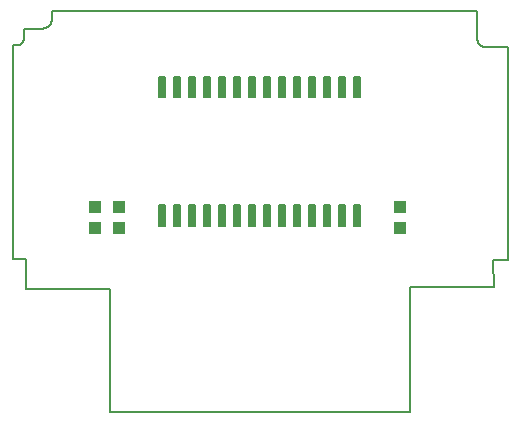
<source format=gtp>
G75*
%MOIN*%
%OFA0B0*%
%FSLAX25Y25*%
%IPPOS*%
%LPD*%
%AMOC8*
5,1,8,0,0,1.08239X$1,22.5*
%
%ADD10C,0.00600*%
%ADD11C,0.00591*%
%ADD12R,0.04331X0.03937*%
D10*
X0046490Y0004511D02*
X0046415Y0045619D01*
X0018449Y0045619D01*
X0018524Y0055507D01*
X0014221Y0055507D01*
X0014221Y0126729D01*
X0015082Y0126729D01*
X0015187Y0126731D01*
X0015291Y0126737D01*
X0015395Y0126747D01*
X0015499Y0126760D01*
X0015602Y0126778D01*
X0015704Y0126799D01*
X0015806Y0126824D01*
X0015906Y0126853D01*
X0016006Y0126886D01*
X0016104Y0126922D01*
X0016200Y0126962D01*
X0016296Y0127006D01*
X0016389Y0127053D01*
X0016480Y0127104D01*
X0016570Y0127158D01*
X0016658Y0127215D01*
X0016743Y0127276D01*
X0016826Y0127339D01*
X0016906Y0127406D01*
X0016984Y0127476D01*
X0017060Y0127548D01*
X0017132Y0127624D01*
X0017202Y0127702D01*
X0017269Y0127782D01*
X0017332Y0127865D01*
X0017393Y0127950D01*
X0017450Y0128038D01*
X0017504Y0128127D01*
X0017555Y0128219D01*
X0017602Y0128312D01*
X0017646Y0128408D01*
X0017686Y0128504D01*
X0017722Y0128602D01*
X0017755Y0128702D01*
X0017784Y0128802D01*
X0017809Y0128904D01*
X0017830Y0129006D01*
X0017848Y0129109D01*
X0017861Y0129213D01*
X0017871Y0129317D01*
X0017877Y0129421D01*
X0017879Y0129526D01*
X0017879Y0132323D01*
X0023687Y0132323D01*
X0023802Y0132325D01*
X0023917Y0132331D01*
X0024032Y0132340D01*
X0024146Y0132354D01*
X0024260Y0132371D01*
X0024373Y0132392D01*
X0024485Y0132417D01*
X0024596Y0132445D01*
X0024707Y0132478D01*
X0024816Y0132513D01*
X0024924Y0132553D01*
X0025031Y0132596D01*
X0025136Y0132643D01*
X0025239Y0132693D01*
X0025341Y0132747D01*
X0025441Y0132803D01*
X0025539Y0132864D01*
X0025635Y0132927D01*
X0025729Y0132994D01*
X0025820Y0133064D01*
X0025909Y0133137D01*
X0025996Y0133212D01*
X0026080Y0133291D01*
X0026161Y0133372D01*
X0026240Y0133456D01*
X0026315Y0133543D01*
X0026388Y0133632D01*
X0026458Y0133723D01*
X0026525Y0133817D01*
X0026588Y0133913D01*
X0026649Y0134011D01*
X0026705Y0134111D01*
X0026759Y0134213D01*
X0026809Y0134316D01*
X0026856Y0134421D01*
X0026899Y0134528D01*
X0026939Y0134636D01*
X0026974Y0134745D01*
X0027007Y0134856D01*
X0027035Y0134967D01*
X0027060Y0135079D01*
X0027081Y0135192D01*
X0027098Y0135306D01*
X0027112Y0135420D01*
X0027121Y0135535D01*
X0027127Y0135650D01*
X0027129Y0135765D01*
X0027129Y0138129D01*
X0092312Y0138129D01*
X0092345Y0138129D01*
X0092312Y0138129D02*
X0168897Y0138133D01*
X0168897Y0129095D01*
X0168899Y0128987D01*
X0168905Y0128880D01*
X0168914Y0128773D01*
X0168928Y0128666D01*
X0168945Y0128560D01*
X0168966Y0128455D01*
X0168991Y0128350D01*
X0169019Y0128246D01*
X0169051Y0128144D01*
X0169087Y0128042D01*
X0169126Y0127942D01*
X0169169Y0127844D01*
X0169216Y0127747D01*
X0169265Y0127652D01*
X0169319Y0127558D01*
X0169375Y0127467D01*
X0169435Y0127377D01*
X0169498Y0127290D01*
X0169564Y0127205D01*
X0169633Y0127123D01*
X0169705Y0127043D01*
X0169779Y0126965D01*
X0169857Y0126891D01*
X0169937Y0126819D01*
X0170019Y0126750D01*
X0170104Y0126684D01*
X0170191Y0126621D01*
X0170281Y0126561D01*
X0170372Y0126505D01*
X0170466Y0126451D01*
X0170561Y0126402D01*
X0170658Y0126355D01*
X0170756Y0126312D01*
X0170856Y0126273D01*
X0170958Y0126237D01*
X0171060Y0126205D01*
X0171164Y0126177D01*
X0171269Y0126152D01*
X0171374Y0126131D01*
X0171480Y0126114D01*
X0171587Y0126100D01*
X0171694Y0126091D01*
X0171801Y0126085D01*
X0171909Y0126083D01*
X0179008Y0126083D01*
X0179008Y0055292D01*
X0174276Y0055292D01*
X0174351Y0046049D01*
X0146510Y0046049D01*
X0146585Y0004511D01*
X0046490Y0004511D01*
D11*
X0062847Y0066495D02*
X0062847Y0073385D01*
X0064619Y0073385D01*
X0064619Y0066495D01*
X0062847Y0066495D01*
X0062847Y0067085D02*
X0064619Y0067085D01*
X0064619Y0067675D02*
X0062847Y0067675D01*
X0062847Y0068265D02*
X0064619Y0068265D01*
X0064619Y0068855D02*
X0062847Y0068855D01*
X0062847Y0069445D02*
X0064619Y0069445D01*
X0064619Y0070035D02*
X0062847Y0070035D01*
X0062847Y0070625D02*
X0064619Y0070625D01*
X0064619Y0071215D02*
X0062847Y0071215D01*
X0062847Y0071805D02*
X0064619Y0071805D01*
X0064619Y0072395D02*
X0062847Y0072395D01*
X0062847Y0072985D02*
X0064619Y0072985D01*
X0067847Y0073385D02*
X0067847Y0066495D01*
X0067847Y0073385D02*
X0069619Y0073385D01*
X0069619Y0066495D01*
X0067847Y0066495D01*
X0067847Y0067085D02*
X0069619Y0067085D01*
X0069619Y0067675D02*
X0067847Y0067675D01*
X0067847Y0068265D02*
X0069619Y0068265D01*
X0069619Y0068855D02*
X0067847Y0068855D01*
X0067847Y0069445D02*
X0069619Y0069445D01*
X0069619Y0070035D02*
X0067847Y0070035D01*
X0067847Y0070625D02*
X0069619Y0070625D01*
X0069619Y0071215D02*
X0067847Y0071215D01*
X0067847Y0071805D02*
X0069619Y0071805D01*
X0069619Y0072395D02*
X0067847Y0072395D01*
X0067847Y0072985D02*
X0069619Y0072985D01*
X0072847Y0073385D02*
X0072847Y0066495D01*
X0072847Y0073385D02*
X0074619Y0073385D01*
X0074619Y0066495D01*
X0072847Y0066495D01*
X0072847Y0067085D02*
X0074619Y0067085D01*
X0074619Y0067675D02*
X0072847Y0067675D01*
X0072847Y0068265D02*
X0074619Y0068265D01*
X0074619Y0068855D02*
X0072847Y0068855D01*
X0072847Y0069445D02*
X0074619Y0069445D01*
X0074619Y0070035D02*
X0072847Y0070035D01*
X0072847Y0070625D02*
X0074619Y0070625D01*
X0074619Y0071215D02*
X0072847Y0071215D01*
X0072847Y0071805D02*
X0074619Y0071805D01*
X0074619Y0072395D02*
X0072847Y0072395D01*
X0072847Y0072985D02*
X0074619Y0072985D01*
X0077847Y0073385D02*
X0077847Y0066495D01*
X0077847Y0073385D02*
X0079619Y0073385D01*
X0079619Y0066495D01*
X0077847Y0066495D01*
X0077847Y0067085D02*
X0079619Y0067085D01*
X0079619Y0067675D02*
X0077847Y0067675D01*
X0077847Y0068265D02*
X0079619Y0068265D01*
X0079619Y0068855D02*
X0077847Y0068855D01*
X0077847Y0069445D02*
X0079619Y0069445D01*
X0079619Y0070035D02*
X0077847Y0070035D01*
X0077847Y0070625D02*
X0079619Y0070625D01*
X0079619Y0071215D02*
X0077847Y0071215D01*
X0077847Y0071805D02*
X0079619Y0071805D01*
X0079619Y0072395D02*
X0077847Y0072395D01*
X0077847Y0072985D02*
X0079619Y0072985D01*
X0082847Y0073385D02*
X0082847Y0066495D01*
X0082847Y0073385D02*
X0084619Y0073385D01*
X0084619Y0066495D01*
X0082847Y0066495D01*
X0082847Y0067085D02*
X0084619Y0067085D01*
X0084619Y0067675D02*
X0082847Y0067675D01*
X0082847Y0068265D02*
X0084619Y0068265D01*
X0084619Y0068855D02*
X0082847Y0068855D01*
X0082847Y0069445D02*
X0084619Y0069445D01*
X0084619Y0070035D02*
X0082847Y0070035D01*
X0082847Y0070625D02*
X0084619Y0070625D01*
X0084619Y0071215D02*
X0082847Y0071215D01*
X0082847Y0071805D02*
X0084619Y0071805D01*
X0084619Y0072395D02*
X0082847Y0072395D01*
X0082847Y0072985D02*
X0084619Y0072985D01*
X0087847Y0073385D02*
X0087847Y0066495D01*
X0087847Y0073385D02*
X0089619Y0073385D01*
X0089619Y0066495D01*
X0087847Y0066495D01*
X0087847Y0067085D02*
X0089619Y0067085D01*
X0089619Y0067675D02*
X0087847Y0067675D01*
X0087847Y0068265D02*
X0089619Y0068265D01*
X0089619Y0068855D02*
X0087847Y0068855D01*
X0087847Y0069445D02*
X0089619Y0069445D01*
X0089619Y0070035D02*
X0087847Y0070035D01*
X0087847Y0070625D02*
X0089619Y0070625D01*
X0089619Y0071215D02*
X0087847Y0071215D01*
X0087847Y0071805D02*
X0089619Y0071805D01*
X0089619Y0072395D02*
X0087847Y0072395D01*
X0087847Y0072985D02*
X0089619Y0072985D01*
X0092847Y0073385D02*
X0092847Y0066495D01*
X0092847Y0073385D02*
X0094619Y0073385D01*
X0094619Y0066495D01*
X0092847Y0066495D01*
X0092847Y0067085D02*
X0094619Y0067085D01*
X0094619Y0067675D02*
X0092847Y0067675D01*
X0092847Y0068265D02*
X0094619Y0068265D01*
X0094619Y0068855D02*
X0092847Y0068855D01*
X0092847Y0069445D02*
X0094619Y0069445D01*
X0094619Y0070035D02*
X0092847Y0070035D01*
X0092847Y0070625D02*
X0094619Y0070625D01*
X0094619Y0071215D02*
X0092847Y0071215D01*
X0092847Y0071805D02*
X0094619Y0071805D01*
X0094619Y0072395D02*
X0092847Y0072395D01*
X0092847Y0072985D02*
X0094619Y0072985D01*
X0097847Y0073385D02*
X0097847Y0066495D01*
X0097847Y0073385D02*
X0099619Y0073385D01*
X0099619Y0066495D01*
X0097847Y0066495D01*
X0097847Y0067085D02*
X0099619Y0067085D01*
X0099619Y0067675D02*
X0097847Y0067675D01*
X0097847Y0068265D02*
X0099619Y0068265D01*
X0099619Y0068855D02*
X0097847Y0068855D01*
X0097847Y0069445D02*
X0099619Y0069445D01*
X0099619Y0070035D02*
X0097847Y0070035D01*
X0097847Y0070625D02*
X0099619Y0070625D01*
X0099619Y0071215D02*
X0097847Y0071215D01*
X0097847Y0071805D02*
X0099619Y0071805D01*
X0099619Y0072395D02*
X0097847Y0072395D01*
X0097847Y0072985D02*
X0099619Y0072985D01*
X0102847Y0073385D02*
X0102847Y0066495D01*
X0102847Y0073385D02*
X0104619Y0073385D01*
X0104619Y0066495D01*
X0102847Y0066495D01*
X0102847Y0067085D02*
X0104619Y0067085D01*
X0104619Y0067675D02*
X0102847Y0067675D01*
X0102847Y0068265D02*
X0104619Y0068265D01*
X0104619Y0068855D02*
X0102847Y0068855D01*
X0102847Y0069445D02*
X0104619Y0069445D01*
X0104619Y0070035D02*
X0102847Y0070035D01*
X0102847Y0070625D02*
X0104619Y0070625D01*
X0104619Y0071215D02*
X0102847Y0071215D01*
X0102847Y0071805D02*
X0104619Y0071805D01*
X0104619Y0072395D02*
X0102847Y0072395D01*
X0102847Y0072985D02*
X0104619Y0072985D01*
X0107847Y0073385D02*
X0107847Y0066495D01*
X0107847Y0073385D02*
X0109619Y0073385D01*
X0109619Y0066495D01*
X0107847Y0066495D01*
X0107847Y0067085D02*
X0109619Y0067085D01*
X0109619Y0067675D02*
X0107847Y0067675D01*
X0107847Y0068265D02*
X0109619Y0068265D01*
X0109619Y0068855D02*
X0107847Y0068855D01*
X0107847Y0069445D02*
X0109619Y0069445D01*
X0109619Y0070035D02*
X0107847Y0070035D01*
X0107847Y0070625D02*
X0109619Y0070625D01*
X0109619Y0071215D02*
X0107847Y0071215D01*
X0107847Y0071805D02*
X0109619Y0071805D01*
X0109619Y0072395D02*
X0107847Y0072395D01*
X0107847Y0072985D02*
X0109619Y0072985D01*
X0112847Y0073385D02*
X0112847Y0066495D01*
X0112847Y0073385D02*
X0114619Y0073385D01*
X0114619Y0066495D01*
X0112847Y0066495D01*
X0112847Y0067085D02*
X0114619Y0067085D01*
X0114619Y0067675D02*
X0112847Y0067675D01*
X0112847Y0068265D02*
X0114619Y0068265D01*
X0114619Y0068855D02*
X0112847Y0068855D01*
X0112847Y0069445D02*
X0114619Y0069445D01*
X0114619Y0070035D02*
X0112847Y0070035D01*
X0112847Y0070625D02*
X0114619Y0070625D01*
X0114619Y0071215D02*
X0112847Y0071215D01*
X0112847Y0071805D02*
X0114619Y0071805D01*
X0114619Y0072395D02*
X0112847Y0072395D01*
X0112847Y0072985D02*
X0114619Y0072985D01*
X0117847Y0073385D02*
X0117847Y0066495D01*
X0117847Y0073385D02*
X0119619Y0073385D01*
X0119619Y0066495D01*
X0117847Y0066495D01*
X0117847Y0067085D02*
X0119619Y0067085D01*
X0119619Y0067675D02*
X0117847Y0067675D01*
X0117847Y0068265D02*
X0119619Y0068265D01*
X0119619Y0068855D02*
X0117847Y0068855D01*
X0117847Y0069445D02*
X0119619Y0069445D01*
X0119619Y0070035D02*
X0117847Y0070035D01*
X0117847Y0070625D02*
X0119619Y0070625D01*
X0119619Y0071215D02*
X0117847Y0071215D01*
X0117847Y0071805D02*
X0119619Y0071805D01*
X0119619Y0072395D02*
X0117847Y0072395D01*
X0117847Y0072985D02*
X0119619Y0072985D01*
X0122847Y0073385D02*
X0122847Y0066495D01*
X0122847Y0073385D02*
X0124619Y0073385D01*
X0124619Y0066495D01*
X0122847Y0066495D01*
X0122847Y0067085D02*
X0124619Y0067085D01*
X0124619Y0067675D02*
X0122847Y0067675D01*
X0122847Y0068265D02*
X0124619Y0068265D01*
X0124619Y0068855D02*
X0122847Y0068855D01*
X0122847Y0069445D02*
X0124619Y0069445D01*
X0124619Y0070035D02*
X0122847Y0070035D01*
X0122847Y0070625D02*
X0124619Y0070625D01*
X0124619Y0071215D02*
X0122847Y0071215D01*
X0122847Y0071805D02*
X0124619Y0071805D01*
X0124619Y0072395D02*
X0122847Y0072395D01*
X0122847Y0072985D02*
X0124619Y0072985D01*
X0127847Y0073385D02*
X0127847Y0066495D01*
X0127847Y0073385D02*
X0129619Y0073385D01*
X0129619Y0066495D01*
X0127847Y0066495D01*
X0127847Y0067085D02*
X0129619Y0067085D01*
X0129619Y0067675D02*
X0127847Y0067675D01*
X0127847Y0068265D02*
X0129619Y0068265D01*
X0129619Y0068855D02*
X0127847Y0068855D01*
X0127847Y0069445D02*
X0129619Y0069445D01*
X0129619Y0070035D02*
X0127847Y0070035D01*
X0127847Y0070625D02*
X0129619Y0070625D01*
X0129619Y0071215D02*
X0127847Y0071215D01*
X0127847Y0071805D02*
X0129619Y0071805D01*
X0129619Y0072395D02*
X0127847Y0072395D01*
X0127847Y0072985D02*
X0129619Y0072985D01*
X0127847Y0109448D02*
X0127847Y0116338D01*
X0129619Y0116338D01*
X0129619Y0109448D01*
X0127847Y0109448D01*
X0127847Y0110038D02*
X0129619Y0110038D01*
X0129619Y0110628D02*
X0127847Y0110628D01*
X0127847Y0111218D02*
X0129619Y0111218D01*
X0129619Y0111808D02*
X0127847Y0111808D01*
X0127847Y0112398D02*
X0129619Y0112398D01*
X0129619Y0112988D02*
X0127847Y0112988D01*
X0127847Y0113578D02*
X0129619Y0113578D01*
X0129619Y0114168D02*
X0127847Y0114168D01*
X0127847Y0114758D02*
X0129619Y0114758D01*
X0129619Y0115348D02*
X0127847Y0115348D01*
X0127847Y0115938D02*
X0129619Y0115938D01*
X0122847Y0116338D02*
X0122847Y0109448D01*
X0122847Y0116338D02*
X0124619Y0116338D01*
X0124619Y0109448D01*
X0122847Y0109448D01*
X0122847Y0110038D02*
X0124619Y0110038D01*
X0124619Y0110628D02*
X0122847Y0110628D01*
X0122847Y0111218D02*
X0124619Y0111218D01*
X0124619Y0111808D02*
X0122847Y0111808D01*
X0122847Y0112398D02*
X0124619Y0112398D01*
X0124619Y0112988D02*
X0122847Y0112988D01*
X0122847Y0113578D02*
X0124619Y0113578D01*
X0124619Y0114168D02*
X0122847Y0114168D01*
X0122847Y0114758D02*
X0124619Y0114758D01*
X0124619Y0115348D02*
X0122847Y0115348D01*
X0122847Y0115938D02*
X0124619Y0115938D01*
X0117847Y0116338D02*
X0117847Y0109448D01*
X0117847Y0116338D02*
X0119619Y0116338D01*
X0119619Y0109448D01*
X0117847Y0109448D01*
X0117847Y0110038D02*
X0119619Y0110038D01*
X0119619Y0110628D02*
X0117847Y0110628D01*
X0117847Y0111218D02*
X0119619Y0111218D01*
X0119619Y0111808D02*
X0117847Y0111808D01*
X0117847Y0112398D02*
X0119619Y0112398D01*
X0119619Y0112988D02*
X0117847Y0112988D01*
X0117847Y0113578D02*
X0119619Y0113578D01*
X0119619Y0114168D02*
X0117847Y0114168D01*
X0117847Y0114758D02*
X0119619Y0114758D01*
X0119619Y0115348D02*
X0117847Y0115348D01*
X0117847Y0115938D02*
X0119619Y0115938D01*
X0112847Y0116338D02*
X0112847Y0109448D01*
X0112847Y0116338D02*
X0114619Y0116338D01*
X0114619Y0109448D01*
X0112847Y0109448D01*
X0112847Y0110038D02*
X0114619Y0110038D01*
X0114619Y0110628D02*
X0112847Y0110628D01*
X0112847Y0111218D02*
X0114619Y0111218D01*
X0114619Y0111808D02*
X0112847Y0111808D01*
X0112847Y0112398D02*
X0114619Y0112398D01*
X0114619Y0112988D02*
X0112847Y0112988D01*
X0112847Y0113578D02*
X0114619Y0113578D01*
X0114619Y0114168D02*
X0112847Y0114168D01*
X0112847Y0114758D02*
X0114619Y0114758D01*
X0114619Y0115348D02*
X0112847Y0115348D01*
X0112847Y0115938D02*
X0114619Y0115938D01*
X0107847Y0116338D02*
X0107847Y0109448D01*
X0107847Y0116338D02*
X0109619Y0116338D01*
X0109619Y0109448D01*
X0107847Y0109448D01*
X0107847Y0110038D02*
X0109619Y0110038D01*
X0109619Y0110628D02*
X0107847Y0110628D01*
X0107847Y0111218D02*
X0109619Y0111218D01*
X0109619Y0111808D02*
X0107847Y0111808D01*
X0107847Y0112398D02*
X0109619Y0112398D01*
X0109619Y0112988D02*
X0107847Y0112988D01*
X0107847Y0113578D02*
X0109619Y0113578D01*
X0109619Y0114168D02*
X0107847Y0114168D01*
X0107847Y0114758D02*
X0109619Y0114758D01*
X0109619Y0115348D02*
X0107847Y0115348D01*
X0107847Y0115938D02*
X0109619Y0115938D01*
X0102847Y0116338D02*
X0102847Y0109448D01*
X0102847Y0116338D02*
X0104619Y0116338D01*
X0104619Y0109448D01*
X0102847Y0109448D01*
X0102847Y0110038D02*
X0104619Y0110038D01*
X0104619Y0110628D02*
X0102847Y0110628D01*
X0102847Y0111218D02*
X0104619Y0111218D01*
X0104619Y0111808D02*
X0102847Y0111808D01*
X0102847Y0112398D02*
X0104619Y0112398D01*
X0104619Y0112988D02*
X0102847Y0112988D01*
X0102847Y0113578D02*
X0104619Y0113578D01*
X0104619Y0114168D02*
X0102847Y0114168D01*
X0102847Y0114758D02*
X0104619Y0114758D01*
X0104619Y0115348D02*
X0102847Y0115348D01*
X0102847Y0115938D02*
X0104619Y0115938D01*
X0097847Y0116338D02*
X0097847Y0109448D01*
X0097847Y0116338D02*
X0099619Y0116338D01*
X0099619Y0109448D01*
X0097847Y0109448D01*
X0097847Y0110038D02*
X0099619Y0110038D01*
X0099619Y0110628D02*
X0097847Y0110628D01*
X0097847Y0111218D02*
X0099619Y0111218D01*
X0099619Y0111808D02*
X0097847Y0111808D01*
X0097847Y0112398D02*
X0099619Y0112398D01*
X0099619Y0112988D02*
X0097847Y0112988D01*
X0097847Y0113578D02*
X0099619Y0113578D01*
X0099619Y0114168D02*
X0097847Y0114168D01*
X0097847Y0114758D02*
X0099619Y0114758D01*
X0099619Y0115348D02*
X0097847Y0115348D01*
X0097847Y0115938D02*
X0099619Y0115938D01*
X0092847Y0116338D02*
X0092847Y0109448D01*
X0092847Y0116338D02*
X0094619Y0116338D01*
X0094619Y0109448D01*
X0092847Y0109448D01*
X0092847Y0110038D02*
X0094619Y0110038D01*
X0094619Y0110628D02*
X0092847Y0110628D01*
X0092847Y0111218D02*
X0094619Y0111218D01*
X0094619Y0111808D02*
X0092847Y0111808D01*
X0092847Y0112398D02*
X0094619Y0112398D01*
X0094619Y0112988D02*
X0092847Y0112988D01*
X0092847Y0113578D02*
X0094619Y0113578D01*
X0094619Y0114168D02*
X0092847Y0114168D01*
X0092847Y0114758D02*
X0094619Y0114758D01*
X0094619Y0115348D02*
X0092847Y0115348D01*
X0092847Y0115938D02*
X0094619Y0115938D01*
X0087847Y0116338D02*
X0087847Y0109448D01*
X0087847Y0116338D02*
X0089619Y0116338D01*
X0089619Y0109448D01*
X0087847Y0109448D01*
X0087847Y0110038D02*
X0089619Y0110038D01*
X0089619Y0110628D02*
X0087847Y0110628D01*
X0087847Y0111218D02*
X0089619Y0111218D01*
X0089619Y0111808D02*
X0087847Y0111808D01*
X0087847Y0112398D02*
X0089619Y0112398D01*
X0089619Y0112988D02*
X0087847Y0112988D01*
X0087847Y0113578D02*
X0089619Y0113578D01*
X0089619Y0114168D02*
X0087847Y0114168D01*
X0087847Y0114758D02*
X0089619Y0114758D01*
X0089619Y0115348D02*
X0087847Y0115348D01*
X0087847Y0115938D02*
X0089619Y0115938D01*
X0082847Y0116338D02*
X0082847Y0109448D01*
X0082847Y0116338D02*
X0084619Y0116338D01*
X0084619Y0109448D01*
X0082847Y0109448D01*
X0082847Y0110038D02*
X0084619Y0110038D01*
X0084619Y0110628D02*
X0082847Y0110628D01*
X0082847Y0111218D02*
X0084619Y0111218D01*
X0084619Y0111808D02*
X0082847Y0111808D01*
X0082847Y0112398D02*
X0084619Y0112398D01*
X0084619Y0112988D02*
X0082847Y0112988D01*
X0082847Y0113578D02*
X0084619Y0113578D01*
X0084619Y0114168D02*
X0082847Y0114168D01*
X0082847Y0114758D02*
X0084619Y0114758D01*
X0084619Y0115348D02*
X0082847Y0115348D01*
X0082847Y0115938D02*
X0084619Y0115938D01*
X0077847Y0116338D02*
X0077847Y0109448D01*
X0077847Y0116338D02*
X0079619Y0116338D01*
X0079619Y0109448D01*
X0077847Y0109448D01*
X0077847Y0110038D02*
X0079619Y0110038D01*
X0079619Y0110628D02*
X0077847Y0110628D01*
X0077847Y0111218D02*
X0079619Y0111218D01*
X0079619Y0111808D02*
X0077847Y0111808D01*
X0077847Y0112398D02*
X0079619Y0112398D01*
X0079619Y0112988D02*
X0077847Y0112988D01*
X0077847Y0113578D02*
X0079619Y0113578D01*
X0079619Y0114168D02*
X0077847Y0114168D01*
X0077847Y0114758D02*
X0079619Y0114758D01*
X0079619Y0115348D02*
X0077847Y0115348D01*
X0077847Y0115938D02*
X0079619Y0115938D01*
X0072847Y0116338D02*
X0072847Y0109448D01*
X0072847Y0116338D02*
X0074619Y0116338D01*
X0074619Y0109448D01*
X0072847Y0109448D01*
X0072847Y0110038D02*
X0074619Y0110038D01*
X0074619Y0110628D02*
X0072847Y0110628D01*
X0072847Y0111218D02*
X0074619Y0111218D01*
X0074619Y0111808D02*
X0072847Y0111808D01*
X0072847Y0112398D02*
X0074619Y0112398D01*
X0074619Y0112988D02*
X0072847Y0112988D01*
X0072847Y0113578D02*
X0074619Y0113578D01*
X0074619Y0114168D02*
X0072847Y0114168D01*
X0072847Y0114758D02*
X0074619Y0114758D01*
X0074619Y0115348D02*
X0072847Y0115348D01*
X0072847Y0115938D02*
X0074619Y0115938D01*
X0067847Y0116338D02*
X0067847Y0109448D01*
X0067847Y0116338D02*
X0069619Y0116338D01*
X0069619Y0109448D01*
X0067847Y0109448D01*
X0067847Y0110038D02*
X0069619Y0110038D01*
X0069619Y0110628D02*
X0067847Y0110628D01*
X0067847Y0111218D02*
X0069619Y0111218D01*
X0069619Y0111808D02*
X0067847Y0111808D01*
X0067847Y0112398D02*
X0069619Y0112398D01*
X0069619Y0112988D02*
X0067847Y0112988D01*
X0067847Y0113578D02*
X0069619Y0113578D01*
X0069619Y0114168D02*
X0067847Y0114168D01*
X0067847Y0114758D02*
X0069619Y0114758D01*
X0069619Y0115348D02*
X0067847Y0115348D01*
X0067847Y0115938D02*
X0069619Y0115938D01*
X0062847Y0116338D02*
X0062847Y0109448D01*
X0062847Y0116338D02*
X0064619Y0116338D01*
X0064619Y0109448D01*
X0062847Y0109448D01*
X0062847Y0110038D02*
X0064619Y0110038D01*
X0064619Y0110628D02*
X0062847Y0110628D01*
X0062847Y0111218D02*
X0064619Y0111218D01*
X0064619Y0111808D02*
X0062847Y0111808D01*
X0062847Y0112398D02*
X0064619Y0112398D01*
X0064619Y0112988D02*
X0062847Y0112988D01*
X0062847Y0113578D02*
X0064619Y0113578D01*
X0064619Y0114168D02*
X0062847Y0114168D01*
X0062847Y0114758D02*
X0064619Y0114758D01*
X0064619Y0115348D02*
X0062847Y0115348D01*
X0062847Y0115938D02*
X0064619Y0115938D01*
D12*
X0049284Y0072691D03*
X0041311Y0072691D03*
X0041311Y0065998D03*
X0049284Y0065998D03*
X0143185Y0065998D03*
X0143185Y0072691D03*
M02*

</source>
